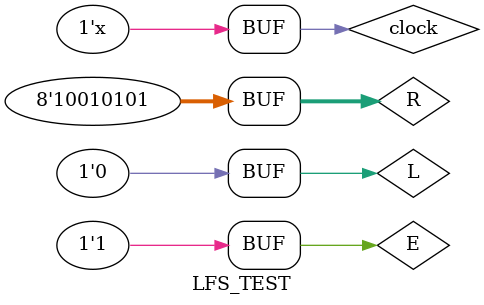
<source format=v>
`timescale 1ns / 1ps


module LFS_TEST();
reg [7:0] R;        
reg L, E, clock;    
wire [7:0] q;       
LFS l1(R,L,E,clock,q);
initial begin
clock = 0;
L = 0;
E = 0;
R = 8'b10010101;
#10 L = 1;
#10 L = 0;
#10 E = 1;
end
always #5 clock = ~clock;
endmodule

</source>
